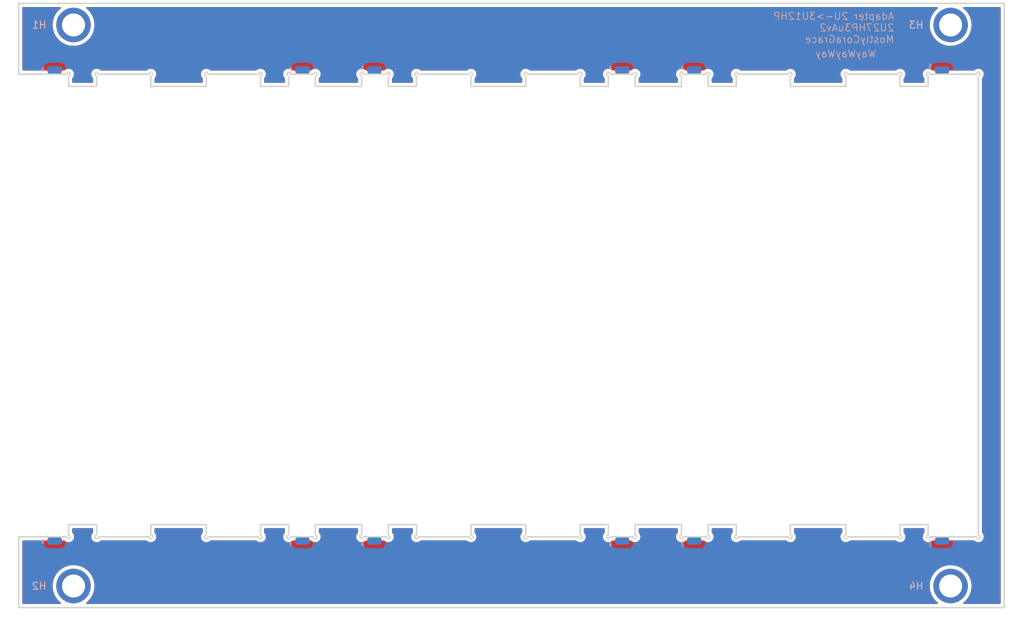
<source format=kicad_pcb>
(kicad_pcb (version 20241229) (generator "pcbnew") (generator_version "9.0")
  (layers (0 "F.Cu" signal) (2 "B.Cu" signal) (13 "F.Paste" user) (15 "B.Paste" user) (5 "F.SilkS" user "F.Silkscreen") (7 "B.SilkS" user "B.Silkscreen") (1 "F.Mask" user) (3 "B.Mask" user) (25 "Edge.Cuts" user))
  (net 0 "")
  (footprint "EXC:MountingHole_3.2mm_M3" (layer "F.Cu") (at 129.54 83.475)
    (property "Reference" "H4" (at -3.683 0 0) (layer "B.SilkS") (effects (justify left mirror)))
    (property "Value" "Eurorack_M3_MountingHole")
    (pad "" thru_hole circle (at 0 0) (size 4.8 4.8) (drill 3.2) (layers "*.Cu" "*.Mask"))
  )
  (footprint "EXC:MountingHole_3.2mm_M3" (layer "F.Cu") (at 129.54 5.425)
    (property "Reference" "H3" (at -3.683 0 0) (layer "B.SilkS") (effects (justify left mirror)))
    (property "Value" "Eurorack_M3_MountingHole")
    (pad "" thru_hole circle (at 0 0) (size 4.8 4.8) (drill 3.2) (layers "*.Cu" "*.Mask"))
  )
  (footprint "EXC:MountingHole_3.2mm_M3" (layer "F.Cu") (at 7.62 5.425)
    (property "Reference" "H1" (at -3.683 0 0) (layer "B.SilkS") (effects (justify left mirror)))
    (property "Value" "Eurorack_M3_MountingHole")
    (pad "" thru_hole circle (at 0 0) (size 4.8 4.8) (drill 3.2) (layers "*.Cu" "*.Mask"))
  )
  (footprint "EXC:MountingHole_3.2mm_M3" (layer "F.Cu") (at 7.62 83.475)
    (property "Reference" "H2" (at -3.683 0 0) (layer "B.SilkS") (effects (justify left mirror)))
    (property "Value" "Eurorack_M3_MountingHole")
    (pad "" thru_hole circle (at 0 0) (size 4.8 4.8) (drill 3.2) (layers "*.Cu" "*.Mask"))
  )
  (footprint "EXC:SolderWirePad_1x01_SMD_1x2mm" (layer "B.Cu") (at 93.9 11.67 90)
    (property "Reference" "MP9" (at 0.165 -1.6256 90) (layer "B.SilkS") (effects (font (size 0.25 0.25) (thickness 0.05) (bold yes)) (justify mirror)))
    (property "Value" "Mechanical_Pad_Solder_Linkage")
    (pad "1" smd roundrect (at 0 0 90) (size 1 2) (layers "B.Cu" "B.Mask" "B.Paste"))
  )
  (footprint "EXC:SolderWirePad_1x01_SMD_1x2mm" (layer "B.Cu") (at 49.45 77.23 90)
    (property "Reference" "MP6" (at -0.315 -1.65 90) (layer "B.SilkS") (effects (font (size 0.25 0.25) (thickness 0.05) (bold yes)) (justify mirror)))
    (property "Value" "Mechanical_Pad_Solder_Linkage")
    (pad "1" smd roundrect (at 0 0 90) (size 1 2) (layers "B.Cu" "B.Mask" "B.Paste"))
  )
  (footprint "EXC:SolderWirePad_1x01_SMD_1x2mm" (layer "B.Cu") (at 49.45 11.67 90)
    (property "Reference" "MP5" (at 0.165 -1.65 90) (layer "B.SilkS") (effects (font (size 0.25 0.25) (thickness 0.05) (bold yes)) (justify mirror)))
    (property "Value" "Mechanical_Pad_Solder_Linkage")
    (pad "1" smd roundrect (at 0 0 90) (size 1 2) (layers "B.Cu" "B.Mask" "B.Paste"))
  )
  (footprint "EXC:SolderWirePad_1x01_SMD_1x2mm" (layer "B.Cu") (at 93.9 77.23 90)
    (property "Reference" "MP10" (at -0.315 -1.6256 90) (layer "B.SilkS") (effects (font (size 0.25 0.25) (thickness 0.05) (bold yes)) (justify mirror)))
    (property "Value" "Mechanical_Pad_Solder_Linkage")
    (pad "1" smd roundrect (at 0 0 90) (size 1 2) (layers "B.Cu" "B.Mask" "B.Paste"))
  )
  (footprint "EXC:SolderWirePad_1x01_SMD_1x2mm" (layer "B.Cu") (at 128.35 77.23 90)
    (property "Reference" "MP12" (at -0.315 -1.6256 90) (layer "B.SilkS") (effects (font (size 0.25 0.25) (thickness 0.05) (bold yes)) (justify mirror)))
    (property "Value" "Mechanical_Pad_Solder_Linkage")
    (pad "1" smd roundrect (at 0 0 90) (size 1 2) (layers "B.Cu" "B.Mask" "B.Paste"))
  )
  (footprint "EXC:SolderWirePad_1x01_SMD_1x2mm" (layer "B.Cu") (at 39.45 11.67 90)
    (property "Reference" "MP3" (at 0 -1.6256 90) (layer "B.SilkS") (effects (font (size 0.25 0.25) (thickness 0.05) (bold yes)) (justify mirror)))
    (property "Value" "Mechanical_Pad_Solder_Linkage")
    (pad "1" smd roundrect (at 0 0 90) (size 1 2) (layers "B.Cu" "B.Mask" "B.Paste"))
  )
  (footprint "EXC:SolderWirePad_1x01_SMD_1x2mm" (layer "B.Cu") (at 83.9 11.67 90)
    (property "Reference" "MP7" (at 0.165 -1.6256 90) (layer "B.SilkS") (effects (font (size 0.25 0.25) (thickness 0.05) (bold yes)) (justify mirror)))
    (property "Value" "Mechanical_Pad_Solder_Linkage")
    (pad "1" smd roundrect (at 0 0 90) (size 1 2) (layers "B.Cu" "B.Mask" "B.Paste"))
  )
  (footprint "EXC:SolderWirePad_1x01_SMD_1x2mm" (layer "B.Cu") (at 83.9 77.23 90)
    (property "Reference" "MP8" (at -0.315 -1.6256 90) (layer "B.SilkS") (effects (font (size 0.25 0.25) (thickness 0.05) (bold yes)) (justify mirror)))
    (property "Value" "Mechanical_Pad_Solder_Linkage")
    (pad "1" smd roundrect (at 0 0 90) (size 1 2) (layers "B.Cu" "B.Mask" "B.Paste"))
  )
  (footprint "EXC:SolderWirePad_1x01_SMD_1x2mm" (layer "B.Cu") (at 128.35 11.67 90)
    (property "Reference" "MP11" (at 0.365 -1.6256 90) (layer "B.SilkS") (effects (font (size 0.25 0.25) (thickness 0.05) (bold yes)) (justify mirror)))
    (property "Value" "Mechanical_Pad_Solder_Linkage")
    (pad "1" smd roundrect (at 0 0 90) (size 1 2) (layers "B.Cu" "B.Mask" "B.Paste"))
  )
  (footprint "EXC:SolderWirePad_1x01_SMD_1x2mm" (layer "B.Cu") (at 39.45 77.23 90)
    (property "Reference" "MP4" (at -0.315 -1.65 90) (layer "B.SilkS") (effects (font (size 0.25 0.25) (thickness 0.05) (bold yes)) (justify mirror)))
    (property "Value" "Mechanical_Pad_Solder_Linkage")
    (pad "1" smd roundrect (at 0 0 90) (size 1 2) (layers "B.Cu" "B.Mask" "B.Paste"))
  )
  (footprint "EXC:SolderWirePad_1x01_SMD_1x2mm" (layer "B.Cu") (at 5 77.23 90)
    (property "Reference" "MP2" (at 0 -1.6256 90) (layer "B.SilkS") (effects (font (size 0.25 0.25) (thickness 0.05) (bold yes)) (justify mirror)))
    (property "Value" "Mechanical_Pad_Solder_Linkage")
    (pad "1" smd roundrect (at 0 0 90) (size 1 2) (layers "B.Cu" "B.Mask" "B.Paste"))
  )
  (footprint "EXC:SolderWirePad_1x01_SMD_1x2mm" (layer "B.Cu") (at 5 11.67 90)
    (property "Reference" "MP1" (at 0 -1.6256 90) (layer "B.SilkS") (effects (font (size 0.25 0.25) (thickness 0.05) (bold yes)) (justify mirror)))
    (property "Value" "Mechanical_Pad_Solder_Linkage")
    (pad "1" smd roundrect (at 0 0 90) (size 1 2) (layers "B.Cu" "B.Mask" "B.Paste"))
  )
  (gr_line (start 82.215 76.63) (end 85.425 76.63) (stroke (width 0.2)) (layer "Edge.Cuts"))
  (gr_arc (start 70.7349 76.63) (mid 70.308123 76.806777) (end 70.4849 76.38) (stroke (width 0.2)) (layer "Edge.Cuts"))
  (gr_line (start 6.935 13.97) (end 10.845 13.97) (stroke (width 0.2)) (layer "Edge.Cuts"))
  (gr_line (start 99.745 74.93) (end 99.745 76.38) (stroke (width 0.2)) (layer "Edge.Cuts"))
  (gr_line (start 92.375 76.63) (end 95.585 76.63) (stroke (width 0.2)) (layer "Edge.Cuts"))
  (gr_arc (start 122.255 12.27) (mid 122.681777 12.093223) (end 122.505 12.52) (stroke (width 0.2)) (layer "Edge.Cuts"))
  (gr_line (start 18.365 74.93) (end 26.085 74.93) (stroke (width 0.2)) (layer "Edge.Cuts"))
  (gr_line (start 70.7349 12.27) (end 77.805 12.27) (stroke (width 0.2)) (layer "Edge.Cuts"))
  (gr_line (start 107.265 12.52) (end 107.265 13.97) (stroke (width 0.2)) (layer "Edge.Cuts"))
  (gr_line (start 99.745 12.52) (end 99.745 13.97) (stroke (width 0.2)) (layer "Edge.Cuts"))
  (gr_line (start 26.085 13.97) (end 26.085 12.52) (stroke (width 0.2)) (layer "Edge.Cuts"))
  (gr_line (start 47.925 12.27) (end 51.135 12.27) (stroke (width 0.2)) (layer "Edge.Cuts"))
  (gr_line (start 126.415 12.52) (end 126.415 13.97) (stroke (width 0.2)) (layer "Edge.Cuts"))
  (gr_arc (start 70.4849 12.52) (mid 70.308123 12.093223) (end 70.7349 12.27) (stroke (width 0.2)) (layer "Edge.Cuts"))
  (gr_line (start 78.055 74.93) (end 81.965 74.93) (stroke (width 0.2)) (layer "Edge.Cuts"))
  (gr_line (start 33.605 13.97) (end 37.515 13.97) (stroke (width 0.2)) (layer "Edge.Cuts"))
  (gr_line (start 81.965 12.52) (end 81.965 13.97) (stroke (width 0.2)) (layer "Edge.Cuts"))
  (gr_arc (start 81.965 12.52) (mid 81.788223 12.093223) (end 82.215 12.27) (stroke (width 0.2)) (layer "Edge.Cuts"))
  (gr_arc (start 33.355 12.27) (mid 33.781777 12.093223) (end 33.605 12.52) (stroke (width 0.2)) (layer "Edge.Cuts"))
  (gr_arc (start 115.235 76.63) (mid 114.808223 76.806777) (end 114.985 76.38) (stroke (width 0.2)) (layer "Edge.Cuts"))
  (gr_line (start 92.375 12.27) (end 95.585 12.27) (stroke (width 0.2)) (layer "Edge.Cuts"))
  (gr_line (start 78.055 12.52) (end 78.055 13.97) (stroke (width 0.2)) (layer "Edge.Cuts"))
  (gr_line (start 95.835 74.93) (end 99.745 74.93) (stroke (width 0.2)) (layer "Edge.Cuts"))
  (gr_line (start 37.765 76.63) (end 40.975 76.63) (stroke (width 0.2)) (layer "Edge.Cuts"))
  (gr_line (start 114.985 12.52) (end 114.985 13.97) (stroke (width 0.2)) (layer "Edge.Cuts"))
  (gr_arc (start 51.385 76.38) (mid 51.561777 76.806777) (end 51.135 76.63) (stroke (width 0.2)) (layer "Edge.Cuts"))
  (gr_line (start 18.365 13.97) (end 26.085 13.97) (stroke (width 0.2)) (layer "Edge.Cuts"))
  (gr_arc (start 99.745 12.52) (mid 99.568223 12.093223) (end 99.995 12.27) (stroke (width 0.2)) (layer "Edge.Cuts"))
  (gr_line (start 114.985 74.93) (end 114.985 76.38) (stroke (width 0.2)) (layer "Edge.Cuts"))
  (gr_line (start 51.385 13.97) (end 55.295 13.97) (stroke (width 0.2)) (layer "Edge.Cuts"))
  (gr_line (start 55.545 76.63) (end 62.615 76.63) (stroke (width 0.2)) (layer "Edge.Cuts"))
  (gr_line (start 55.295 12.52) (end 55.295 13.97) (stroke (width 0.2)) (layer "Edge.Cuts"))
  (gr_line (start 62.865 12.52) (end 62.865 13.97) (stroke (width 0.2)) (layer "Edge.Cuts"))
  (gr_line (start 126.415 74.93) (end 126.415 76.38) (stroke (width 0.2)) (layer "Edge.Cuts"))
  (gr_line (start 126.665 12.27) (end 133.15 12.27) (stroke (width 0.2)) (layer "Edge.Cuts"))
  (gr_arc (start 62.865 76.38) (mid 63.041777 76.806777) (end 62.615 76.63) (stroke (width 0.2)) (layer "Edge.Cuts"))
  (gr_arc (start 133.15 12.27) (mid 133.576777 12.093223) (end 133.4 12.52) (stroke (width 0.2)) (layer "Edge.Cuts"))
  (gr_arc (start 133.4 76.38) (mid 133.576777 76.806777) (end 133.15 76.63) (stroke (width 0.2)) (layer "Edge.Cuts"))
  (gr_line (start 0 86.475) (end 137 86.475) (stroke (width 0.2)) (layer "Edge.Cuts"))
  (gr_arc (start 107.265 76.38) (mid 107.441777 76.806777) (end 107.015 76.63) (stroke (width 0.2)) (layer "Edge.Cuts"))
  (gr_arc (start 26.085 12.52) (mid 25.908223 12.093223) (end 26.335 12.27) (stroke (width 0.2)) (layer "Edge.Cuts"))
  (gr_line (start 11.095 76.63) (end 18.115 76.63) (stroke (width 0.2)) (layer "Edge.Cuts"))
  (gr_arc (start 18.115 12.27) (mid 18.541777 12.093223) (end 18.365 12.52) (stroke (width 0.2)) (layer "Edge.Cuts"))
  (gr_line (start 37.515 76.38) (end 37.515 74.93) (stroke (width 0.2)) (layer "Edge.Cuts"))
  (gr_line (start 133.4 12.52) (end 133.4 76.38) (stroke (width 0.2)) (layer "Edge.Cuts"))
  (gr_arc (start 99.995 76.63) (mid 99.568223 76.806777) (end 99.745 76.38) (stroke (width 0.2)) (layer "Edge.Cuts"))
  (gr_line (start 107.265 13.97) (end 114.985 13.97) (stroke (width 0.2)) (layer "Edge.Cuts"))
  (gr_line (start 37.765 12.27) (end 40.975 12.27) (stroke (width 0.2)) (layer "Edge.Cuts"))
  (gr_line (start 33.605 12.52) (end 33.605 13.97) (stroke (width 0.2)) (layer "Edge.Cuts"))
  (gr_line (start 0 12.27) (end 6.685 12.27) (stroke (width 0.2)) (layer "Edge.Cuts"))
  (gr_line (start 51.385 74.93) (end 51.385 76.38) (stroke (width 0.2)) (layer "Edge.Cuts"))
  (gr_arc (start 26.335 76.63) (mid 25.908223 76.806777) (end 26.085 76.38) (stroke (width 0.2)) (layer "Edge.Cuts"))
  (gr_line (start 47.675 76.38) (end 47.675 74.93) (stroke (width 0.2)) (layer "Edge.Cuts"))
  (gr_line (start 26.085 76.38) (end 26.085 74.93) (stroke (width 0.2)) (layer "Edge.Cuts"))
  (gr_line (start 0 76.63) (end 0 86.475) (stroke (width 0.2)) (layer "Edge.Cuts"))
  (gr_line (start 55.295 74.93) (end 55.295 76.38) (stroke (width 0.2)) (layer "Edge.Cuts"))
  (gr_line (start 107.265 74.93) (end 114.985 74.93) (stroke (width 0.2)) (layer "Edge.Cuts"))
  (gr_line (start 122.505 74.93) (end 126.415 74.93) (stroke (width 0.2)) (layer "Edge.Cuts"))
  (gr_line (start 11.095 12.27) (end 18.115 12.27) (stroke (width 0.2)) (layer "Edge.Cuts"))
  (gr_arc (start 85.675 76.38) (mid 85.851777 76.806777) (end 85.425 76.63) (stroke (width 0.2)) (layer "Edge.Cuts"))
  (gr_line (start 51.385 74.93) (end 55.295 74.93) (stroke (width 0.2)) (layer "Edge.Cuts"))
  (gr_arc (start 6.685 12.27) (mid 7.111777 12.093223) (end 6.935 12.52) (stroke (width 0.2)) (layer "Edge.Cuts"))
  (gr_arc (start 47.675 12.52) (mid 47.498223 12.093223) (end 47.925 12.27) (stroke (width 0.2)) (layer "Edge.Cuts"))
  (gr_arc (start 51.135 12.27) (mid 51.561777 12.093223) (end 51.385 12.52) (stroke (width 0.2)) (layer "Edge.Cuts"))
  (gr_line (start 122.505 74.93) (end 122.505 76.38) (stroke (width 0.2)) (layer "Edge.Cuts"))
  (gr_line (start 41.225 74.93) (end 47.675 74.93) (stroke (width 0.2)) (layer "Edge.Cuts"))
  (gr_line (start 10.845 76.38) (end 10.845 74.93) (stroke (width 0.2)) (layer "Edge.Cuts"))
  (gr_arc (start 114.985 12.52) (mid 114.808223 12.093223) (end 115.235 12.27) (stroke (width 0.2)) (layer "Edge.Cuts"))
  (gr_line (start 0 12.27) (end 0 2.425) (stroke (width 0.2)) (layer "Edge.Cuts"))
  (gr_arc (start 78.055 76.38) (mid 78.231777 76.806777) (end 77.805 76.63) (stroke (width 0.2)) (layer "Edge.Cuts"))
  (gr_line (start 70.4849 74.93) (end 70.4849 76.38) (stroke (width 0.2)) (layer "Edge.Cuts"))
  (gr_line (start 33.605 74.93) (end 37.515 74.93) (stroke (width 0.2)) (layer "Edge.Cuts"))
  (gr_arc (start 95.585 12.27) (mid 96.011777 12.093223) (end 95.835 12.52) (stroke (width 0.2)) (layer "Edge.Cuts"))
  (gr_arc (start 55.295 12.52) (mid 55.118223 12.093223) (end 55.545 12.27) (stroke (width 0.2)) (layer "Edge.Cuts"))
  (gr_arc (start 107.015 12.27) (mid 107.441777 12.093223) (end 107.265 12.52) (stroke (width 0.2)) (layer "Edge.Cuts"))
  (gr_line (start 33.605 74.93) (end 33.605 76.38) (stroke (width 0.2)) (layer "Edge.Cuts"))
  (gr_line (start 26.335 76.63) (end 33.355 76.63) (stroke (width 0.2)) (layer "Edge.Cuts"))
  (gr_line (start 95.835 12.52) (end 95.835 13.97) (stroke (width 0.2)) (layer "Edge.Cuts"))
  (gr_line (start 37.515 13.97) (end 37.515 12.52) (stroke (width 0.2)) (layer "Edge.Cuts"))
  (gr_line (start 55.545 12.27) (end 62.615 12.27) (stroke (width 0.2)) (layer "Edge.Cuts"))
  (gr_line (start 126.665 76.63) (end 133.15 76.63) (stroke (width 0.2)) (layer "Edge.Cuts"))
  (gr_line (start 47.675 13.97) (end 47.675 12.52) (stroke (width 0.2)) (layer "Edge.Cuts"))
  (gr_line (start 85.675 74.93) (end 85.675 76.38) (stroke (width 0.2)) (layer "Edge.Cuts"))
  (gr_arc (start 126.415 12.52) (mid 126.238223 12.093223) (end 126.665 12.27) (stroke (width 0.2)) (layer "Edge.Cuts"))
  (gr_line (start 41.225 13.97) (end 47.675 13.97) (stroke (width 0.2)) (layer "Edge.Cuts"))
  (gr_arc (start 10.845 12.52) (mid 10.668223 12.093223) (end 11.095 12.27) (stroke (width 0.2)) (layer "Edge.Cuts"))
  (gr_arc (start 62.615 12.27) (mid 63.041777 12.093223) (end 62.865 12.52) (stroke (width 0.2)) (layer "Edge.Cuts"))
  (gr_arc (start 95.835 76.38) (mid 96.011777 76.806777) (end 95.585 76.63) (stroke (width 0.2)) (layer "Edge.Cuts"))
  (gr_line (start 26.335 12.27) (end 33.355 12.27) (stroke (width 0.2)) (layer "Edge.Cuts"))
  (gr_line (start 95.835 13.97) (end 99.745 13.97) (stroke (width 0.2)) (layer "Edge.Cuts"))
  (gr_arc (start 11.095 76.63) (mid 10.668223 76.806777) (end 10.845 76.38) (stroke (width 0.2)) (layer "Edge.Cuts"))
  (gr_arc (start 33.605 76.38) (mid 33.781777 76.806777) (end 33.355 76.63) (stroke (width 0.2)) (layer "Edge.Cuts"))
  (gr_line (start 115.235 12.27) (end 122.255 12.27) (stroke (width 0.2)) (layer "Edge.Cuts"))
  (gr_line (start 6.935 74.93) (end 10.845 74.93) (stroke (width 0.2)) (layer "Edge.Cuts"))
  (gr_arc (start 37.515 12.52) (mid 37.338223 12.093223) (end 37.765 12.27) (stroke (width 0.2)) (layer "Edge.Cuts"))
  (gr_line (start 70.7349 76.63) (end 77.805 76.63) (stroke (width 0.2)) (layer "Edge.Cuts"))
  (gr_line (start 122.505 12.52) (end 122.505 13.97) (stroke (width 0.2)) (layer "Edge.Cuts"))
  (gr_arc (start 126.665 76.63) (mid 126.238223 76.806777) (end 126.415 76.38) (stroke (width 0.2)) (layer "Edge.Cuts"))
  (gr_arc (start 82.215 76.63) (mid 81.788223 76.806777) (end 81.965 76.38) (stroke (width 0.2)) (layer "Edge.Cuts"))
  (gr_arc (start 18.365 76.38) (mid 18.541777 76.806777) (end 18.115 76.63) (stroke (width 0.2)) (layer "Edge.Cuts"))
  (gr_line (start 122.505 13.97) (end 126.415 13.97) (stroke (width 0.2)) (layer "Edge.Cuts"))
  (gr_arc (start 122.505 76.38) (mid 122.681777 76.806777) (end 122.255 76.63) (stroke (width 0.2)) (layer "Edge.Cuts"))
  (gr_line (start 85.675 12.52) (end 85.675 13.97) (stroke (width 0.2)) (layer "Edge.Cuts"))
  (gr_line (start 78.055 74.93) (end 78.055 76.38) (stroke (width 0.2)) (layer "Edge.Cuts"))
  (gr_line (start 6.935 12.52) (end 6.935 13.97) (stroke (width 0.2)) (layer "Edge.Cuts"))
  (gr_line (start 115.235 76.63) (end 122.255 76.63) (stroke (width 0.2)) (layer "Edge.Cuts"))
  (gr_line (start 62.865 74.93) (end 62.865 76.38) (stroke (width 0.2)) (layer "Edge.Cuts"))
  (gr_line (start 41.225 74.93) (end 41.225 76.38) (stroke (width 0.2)) (layer "Edge.Cuts"))
  (gr_line (start 62.865 13.97) (end 70.4849 13.97) (stroke (width 0.2)) (layer "Edge.Cuts"))
  (gr_line (start 0 76.63) (end 6.685 76.63) (stroke (width 0.2)) (layer "Edge.Cuts"))
  (gr_arc (start 47.925 76.63) (mid 47.498223 76.806777) (end 47.675 76.38) (stroke (width 0.2)) (layer "Edge.Cuts"))
  (gr_line (start 18.365 12.52) (end 18.365 13.97) (stroke (width 0.2)) (layer "Edge.Cuts"))
  (gr_arc (start 92.375 76.63) (mid 91.948223 76.806777) (end 92.125 76.38) (stroke (width 0.2)) (layer "Edge.Cuts"))
  (gr_line (start 99.995 76.63) (end 107.015 76.63) (stroke (width 0.2)) (layer "Edge.Cuts"))
  (gr_line (start 137 2.425) (end 137 86.475) (stroke (width 0.2)) (layer "Edge.Cuts"))
  (gr_line (start 6.935 74.93) (end 6.935 76.38) (stroke (width 0.2)) (layer "Edge.Cuts"))
  (gr_line (start 85.675 13.97) (end 92.125 13.97) (stroke (width 0.2)) (layer "Edge.Cuts"))
  (gr_line (start 92.125 12.52) (end 92.125 13.97) (stroke (width 0.2)) (layer "Edge.Cuts"))
  (gr_line (start 81.965 74.93) (end 81.965 76.38) (stroke (width 0.2)) (layer "Edge.Cuts"))
  (gr_line (start 51.385 12.52) (end 51.385 13.97) (stroke (width 0.2)) (layer "Edge.Cuts"))
  (gr_line (start 82.215 12.27) (end 85.425 12.27) (stroke (width 0.2)) (layer "Edge.Cuts"))
  (gr_arc (start 37.765 76.63) (mid 37.338223 76.806777) (end 37.515 76.38) (stroke (width 0.2)) (layer "Edge.Cuts"))
  (gr_line (start 107.265 74.93) (end 107.265 76.38) (stroke (width 0.2)) (layer "Edge.Cuts"))
  (gr_arc (start 92.125 12.52) (mid 91.948223 12.093223) (end 92.375 12.27) (stroke (width 0.2)) (layer "Edge.Cuts"))
  (gr_arc (start 6.935 76.38) (mid 7.111777 76.806777) (end 6.685 76.63) (stroke (width 0.2)) (layer "Edge.Cuts"))
  (gr_line (start 18.365 74.93) (end 18.365 76.38) (stroke (width 0.2)) (layer "Edge.Cuts"))
  (gr_line (start 85.675 74.93) (end 92.125 74.93) (stroke (width 0.2)) (layer "Edge.Cuts"))
  (gr_line (start 99.995 12.27) (end 107.015 12.27) (stroke (width 0.2)) (layer "Edge.Cuts"))
  (gr_line (start 0 2.425) (end 137 2.425) (stroke (width 0.2)) (layer "Edge.Cuts"))
  (gr_arc (start 55.545 76.63) (mid 55.118223 76.806777) (end 55.295 76.38) (stroke (width 0.2)) (layer "Edge.Cuts"))
  (gr_line (start 70.4849 12.52) (end 70.4849 13.97) (stroke (width 0.2)) (layer "Edge.Cuts"))
  (gr_arc (start 85.425 12.27) (mid 85.851777 12.093223) (end 85.675 12.52) (stroke (width 0.2)) (layer "Edge.Cuts"))
  (gr_line (start 62.865 74.93) (end 70.4849 74.93) (stroke (width 0.2)) (layer "Edge.Cuts"))
  (gr_arc (start 77.805 12.27) (mid 78.231777 12.093223) (end 78.055 12.52) (stroke (width 0.2)) (layer "Edge.Cuts"))
  (gr_line (start 41.225 12.52) (end 41.225 13.97) (stroke (width 0.2)) (layer "Edge.Cuts"))
  (gr_arc (start 41.225 76.38) (mid 41.401777 76.806777) (end 40.975 76.63) (stroke (width 0.2)) (layer "Edge.Cuts"))
  (gr_line (start 47.925 76.63) (end 51.135 76.63) (stroke (width 0.2)) (layer "Edge.Cuts"))
  (gr_line (start 78.055 13.97) (end 81.965 13.97) (stroke (width 0.2)) (layer "Edge.Cuts"))
  (gr_line (start 95.835 74.93) (end 95.835 76.38) (stroke (width 0.2)) (layer "Edge.Cuts"))
  (gr_line (start 92.125 74.93) (end 92.125 76.38) (stroke (width 0.2)) (layer "Edge.Cuts"))
  (gr_line (start 10.845 13.97) (end 10.845 12.52) (stroke (width 0.2)) (layer "Edge.Cuts"))
  (gr_arc (start 40.975 12.27) (mid 41.401777 12.093223) (end 41.225 12.52) (stroke (width 0.2)) (layer "Edge.Cuts"))
  (gr_text "Adapter 2U->3U12HP\n2U27HP3uAv2\nMostlyCoraGrace" (at 121.75 8 0) (layer "B.SilkS") (effects (font (size 1 1) (thickness 0.1)) (justify left bottom mirror)))
  (gr_text "WayWayWay" (at 119.25 10 0) (layer "B.SilkS") (effects (font (size 1 1) (thickness 0.1)) (justify left bottom mirror)))
  (zone (net 0) (net_name "") (layers "F.Cu" "B.Cu") (connect_pads (clearance 0.5)) (min_thickness 0.25) (fill yes (thermal_gap 0.5) (thermal_bridge_width 0.5) (island_removal_mode 1) (island_area_min 10))
    (polygon (pts (xy 0 2.425) (xy 137 2.425) (xy 137 86.475) (xy 0 86.475) (xy 0 76.63) (xy 6.935 76.63) (xy 6.935 74.93) (xy 10.845 74.93) (xy 10.845 76.63) (xy 18.365 76.63) (xy 18.365 74.93) (xy 26.085 74.93) (xy 26.085 76.63) (xy 33.605 76.63) (xy 33.605 74.93) (xy 37.515 74.93) (xy 37.515 76.63) (xy 41.225 76.63) (xy 41.225 74.93) (xy 47.675 74.93) (xy 47.675 76.63) (xy 51.385 76.63) (xy 51.385 74.93) (xy 55.295 74.93) (xy 55.295 76.63) (xy 62.865 76.63) (xy 62.865 74.93) (xy 70.4849 74.93) (xy 70.4849 76.63) (xy 78.055 76.63) (xy 78.055 74.93) (xy 81.965 74.93) (xy 81.965 76.63) (xy 85.675 76.63) (xy 85.675 74.93) (xy 92.125 74.93) (xy 92.125 76.63) (xy 95.835 76.63) (xy 95.835 74.93) (xy 99.745 74.93) (xy 99.745 76.63) (xy 107.265 76.63) (xy 107.265 74.93) (xy 114.985 74.93) (xy 114.985 76.63) (xy 122.505 76.63) (xy 122.505 74.93) (xy 126.415 74.93) (xy 126.415 76.63) (xy 133.4 76.63) (xy 133.4 12.27) (xy 126.415 12.27) (xy 126.415 13.97) (xy 122.505 13.97) (xy 122.505 12.27) (xy 114.985 12.27) (xy 114.985 13.97) (xy 107.265 13.97) (xy 107.265 12.27) (xy 99.745 12.27) (xy 99.745 13.97) (xy 95.835 13.97) (xy 95.835 12.27) (xy 92.125 12.27) (xy 92.125 13.97) (xy 85.675 13.97) (xy 85.675 12.27) (xy 81.965 12.27) (xy 81.965 13.97) (xy 78.055 13.97) (xy 78.055 12.27) (xy 70.4849 12.27) (xy 70.4849 13.97) (xy 62.865 13.97) (xy 62.865 12.27) (xy 55.295 12.27) (xy 55.295 13.97) (xy 51.385 13.97) (xy 51.385 12.27) (xy 47.675 12.27) (xy 47.675 13.97) (xy 41.225 13.97) (xy 41.225 12.27) (xy 37.515 12.27) (xy 37.515 13.97) (xy 33.605 13.97) (xy 33.605 12.27) (xy 26.085 12.27) (xy 26.085 13.97) (xy 18.365 13.97) (xy 18.365 12.27) (xy 10.845 12.27) (xy 10.845 13.97) (xy 6.935 13.97) (xy 6.935 12.27) (xy 0 12.27)))
  )
)
</source>
